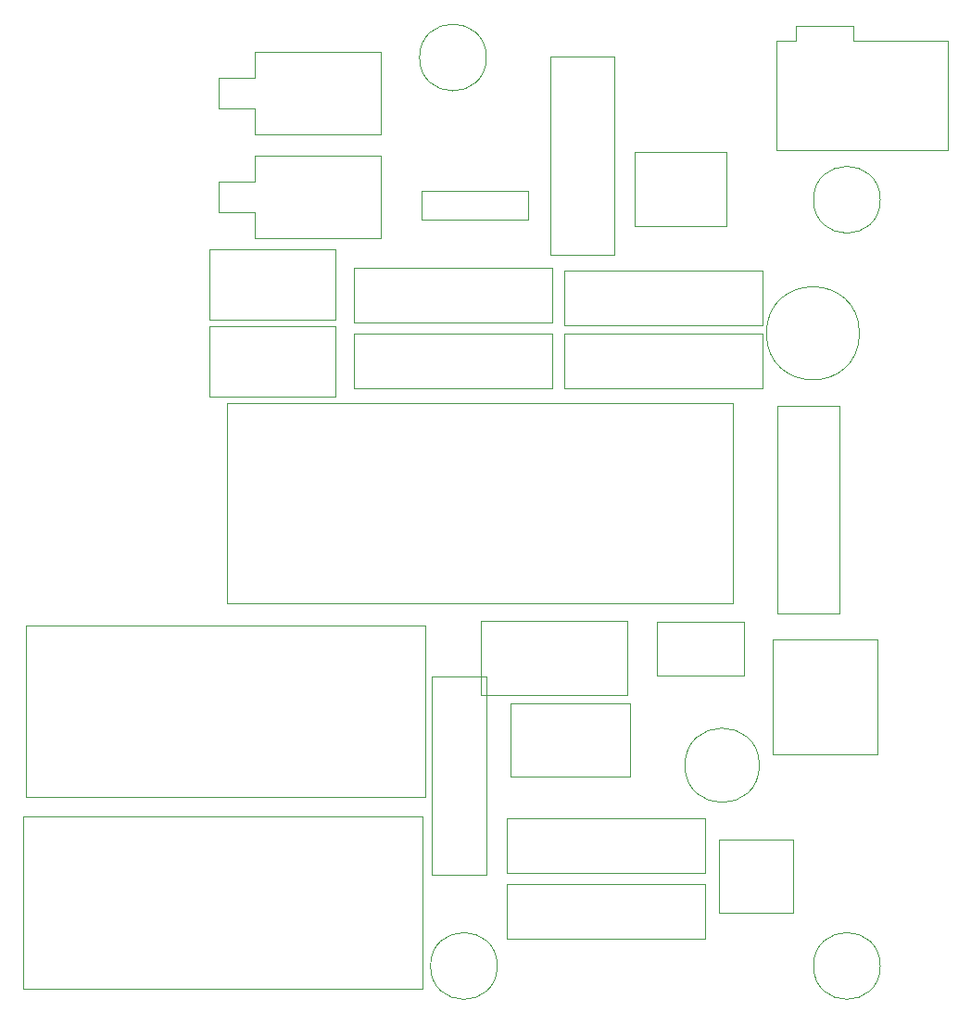
<source format=gbr>
G04 #@! TF.GenerationSoftware,KiCad,Pcbnew,6.0.7-f9a2dced07~116~ubuntu20.04.1*
G04 #@! TF.CreationDate,2022-10-13T01:02:27+01:00*
G04 #@! TF.ProjectId,OpenSpritzer_1.4,4f70656e-5370-4726-9974-7a65725f312e,rev?*
G04 #@! TF.SameCoordinates,Original*
G04 #@! TF.FileFunction,Other,User*
%FSLAX46Y46*%
G04 Gerber Fmt 4.6, Leading zero omitted, Abs format (unit mm)*
G04 Created by KiCad (PCBNEW 6.0.7-f9a2dced07~116~ubuntu20.04.1) date 2022-10-13 01:02:27*
%MOMM*%
%LPD*%
G01*
G04 APERTURE LIST*
%ADD10C,0.050000*%
G04 APERTURE END LIST*
D10*
X139610000Y-111560000D02*
X93390000Y-111560000D01*
X139610000Y-111560000D02*
X139610000Y-129840000D01*
X93390000Y-129840000D02*
X139610000Y-129840000D01*
X93390000Y-129840000D02*
X93390000Y-111560000D01*
X120875000Y-94800000D02*
X120875000Y-92100000D01*
X120875000Y-92100000D02*
X111125000Y-92100000D01*
X111125000Y-94800000D02*
X120875000Y-94800000D01*
X111125000Y-92100000D02*
X111125000Y-94800000D01*
X74750000Y-149300000D02*
X74750000Y-165000000D01*
X111250000Y-165000000D02*
X74750000Y-165000000D01*
X111250000Y-149300000D02*
X74750000Y-149300000D01*
X111250000Y-165000000D02*
X111250000Y-149300000D01*
X139000000Y-88575000D02*
X130600000Y-88575000D01*
X130600000Y-88575000D02*
X130600000Y-95325000D01*
X139000000Y-95325000D02*
X139000000Y-88575000D01*
X130600000Y-95325000D02*
X139000000Y-95325000D01*
X112100000Y-154620000D02*
X117100000Y-154620000D01*
X117100000Y-154620000D02*
X117100000Y-136480000D01*
X117100000Y-136480000D02*
X112100000Y-136480000D01*
X112100000Y-136480000D02*
X112100000Y-154620000D01*
X123070000Y-105200000D02*
X104930000Y-105200000D01*
X123070000Y-110200000D02*
X123070000Y-105200000D01*
X104930000Y-105200000D02*
X104930000Y-110200000D01*
X104930000Y-110200000D02*
X123070000Y-110200000D01*
X137070000Y-149450000D02*
X118930000Y-149450000D01*
X118930000Y-149450000D02*
X118930000Y-154450000D01*
X118930000Y-154450000D02*
X137070000Y-154450000D01*
X137070000Y-154450000D02*
X137070000Y-149450000D01*
X142320000Y-105200000D02*
X124180000Y-105200000D01*
X142320000Y-110200000D02*
X142320000Y-105200000D01*
X124180000Y-105200000D02*
X124180000Y-110200000D01*
X124180000Y-110200000D02*
X142320000Y-110200000D01*
X137070000Y-160450000D02*
X137070000Y-155450000D01*
X118930000Y-160450000D02*
X137070000Y-160450000D01*
X137070000Y-155450000D02*
X118930000Y-155450000D01*
X118930000Y-155450000D02*
X118930000Y-160450000D01*
X142320000Y-104450000D02*
X142320000Y-99450000D01*
X124180000Y-99450000D02*
X124180000Y-104450000D01*
X142320000Y-99450000D02*
X124180000Y-99450000D01*
X124180000Y-104450000D02*
X142320000Y-104450000D01*
X107410000Y-88950000D02*
X107410000Y-96450000D01*
X95890000Y-94080000D02*
X92590000Y-94080000D01*
X107410000Y-96450000D02*
X95890000Y-96450000D01*
X92590000Y-94080000D02*
X92590000Y-91320000D01*
X95890000Y-96450000D02*
X95890000Y-94080000D01*
X95890000Y-88950000D02*
X107410000Y-88950000D01*
X95890000Y-91320000D02*
X95890000Y-88950000D01*
X92590000Y-91320000D02*
X95890000Y-91320000D01*
X149350000Y-111780000D02*
X143650000Y-111780000D01*
X143650000Y-130720000D02*
X149350000Y-130720000D01*
X143650000Y-111780000D02*
X143650000Y-130720000D01*
X149350000Y-130720000D02*
X149350000Y-111780000D01*
X138350000Y-151400000D02*
X138350000Y-158100000D01*
X138350000Y-158100000D02*
X145050000Y-158100000D01*
X145050000Y-158100000D02*
X145050000Y-151400000D01*
X145050000Y-151400000D02*
X138350000Y-151400000D01*
X152800000Y-143600000D02*
X152800000Y-133100000D01*
X152800000Y-133100000D02*
X143200000Y-133100000D01*
X143200000Y-143600000D02*
X152800000Y-143600000D01*
X143200000Y-133100000D02*
X143200000Y-143600000D01*
X111500000Y-147550000D02*
X75000000Y-147550000D01*
X111500000Y-147550000D02*
X111500000Y-131850000D01*
X75000000Y-131850000D02*
X75000000Y-147550000D01*
X111500000Y-131850000D02*
X75000000Y-131850000D01*
X159250000Y-88400000D02*
X159250000Y-78400000D01*
X143550000Y-78400000D02*
X143550000Y-88400000D01*
X145350000Y-77100000D02*
X145350000Y-78400000D01*
X143550000Y-88400000D02*
X159250000Y-88400000D01*
X159250000Y-78400000D02*
X150550000Y-78400000D01*
X145350000Y-77100000D02*
X150550000Y-77100000D01*
X145350000Y-78400000D02*
X143550000Y-78400000D01*
X150550000Y-77100000D02*
X150550000Y-78400000D01*
X118050000Y-162950000D02*
G75*
G03*
X118050000Y-162950000I-3050000J0D01*
G01*
X103225000Y-104475000D02*
X91775000Y-104475000D01*
X103225000Y-110925000D02*
X103225000Y-104475000D01*
X91775000Y-104475000D02*
X91775000Y-110925000D01*
X91775000Y-110925000D02*
X103225000Y-110925000D01*
X151147349Y-105150000D02*
G75*
G03*
X151147349Y-105150000I-4250000J0D01*
G01*
X107410000Y-86950000D02*
X95890000Y-86950000D01*
X107410000Y-79450000D02*
X107410000Y-86950000D01*
X95890000Y-81820000D02*
X95890000Y-79450000D01*
X92590000Y-84580000D02*
X92590000Y-81820000D01*
X95890000Y-86950000D02*
X95890000Y-84580000D01*
X95890000Y-79450000D02*
X107410000Y-79450000D01*
X92590000Y-81820000D02*
X95890000Y-81820000D01*
X95890000Y-84580000D02*
X92590000Y-84580000D01*
X116550000Y-138175000D02*
X129950000Y-138175000D01*
X116550000Y-131425000D02*
X116550000Y-138175000D01*
X129950000Y-138175000D02*
X129950000Y-131425000D01*
X129950000Y-131425000D02*
X116550000Y-131425000D01*
X122880000Y-98020000D02*
X128720000Y-98020000D01*
X122880000Y-79880000D02*
X122880000Y-98020000D01*
X128720000Y-98020000D02*
X128720000Y-79880000D01*
X128720000Y-79880000D02*
X122880000Y-79880000D01*
X104930000Y-104200000D02*
X123070000Y-104200000D01*
X123070000Y-99200000D02*
X104930000Y-99200000D01*
X104930000Y-99200000D02*
X104930000Y-104200000D01*
X123070000Y-104200000D02*
X123070000Y-99200000D01*
X142000000Y-144617621D02*
G75*
G03*
X142000000Y-144617621I-3400000J0D01*
G01*
X153050000Y-92950000D02*
G75*
G03*
X153050000Y-92950000I-3050000J0D01*
G01*
X153050000Y-162950000D02*
G75*
G03*
X153050000Y-162950000I-3050000J0D01*
G01*
X117050000Y-79950000D02*
G75*
G03*
X117050000Y-79950000I-3050000J0D01*
G01*
X91775000Y-97475000D02*
X91775000Y-103925000D01*
X103225000Y-103925000D02*
X103225000Y-97475000D01*
X91775000Y-103925000D02*
X103225000Y-103925000D01*
X103225000Y-97475000D02*
X91775000Y-97475000D01*
X140600000Y-131500000D02*
X132600000Y-131500000D01*
X132600000Y-131500000D02*
X132600000Y-136400000D01*
X132600000Y-136400000D02*
X140600000Y-136400000D01*
X140600000Y-136400000D02*
X140600000Y-131500000D01*
X130200000Y-145675000D02*
X130200000Y-138925000D01*
X130200000Y-138925000D02*
X119300000Y-138925000D01*
X119300000Y-145675000D02*
X130200000Y-145675000D01*
X119300000Y-138925000D02*
X119300000Y-145675000D01*
M02*

</source>
